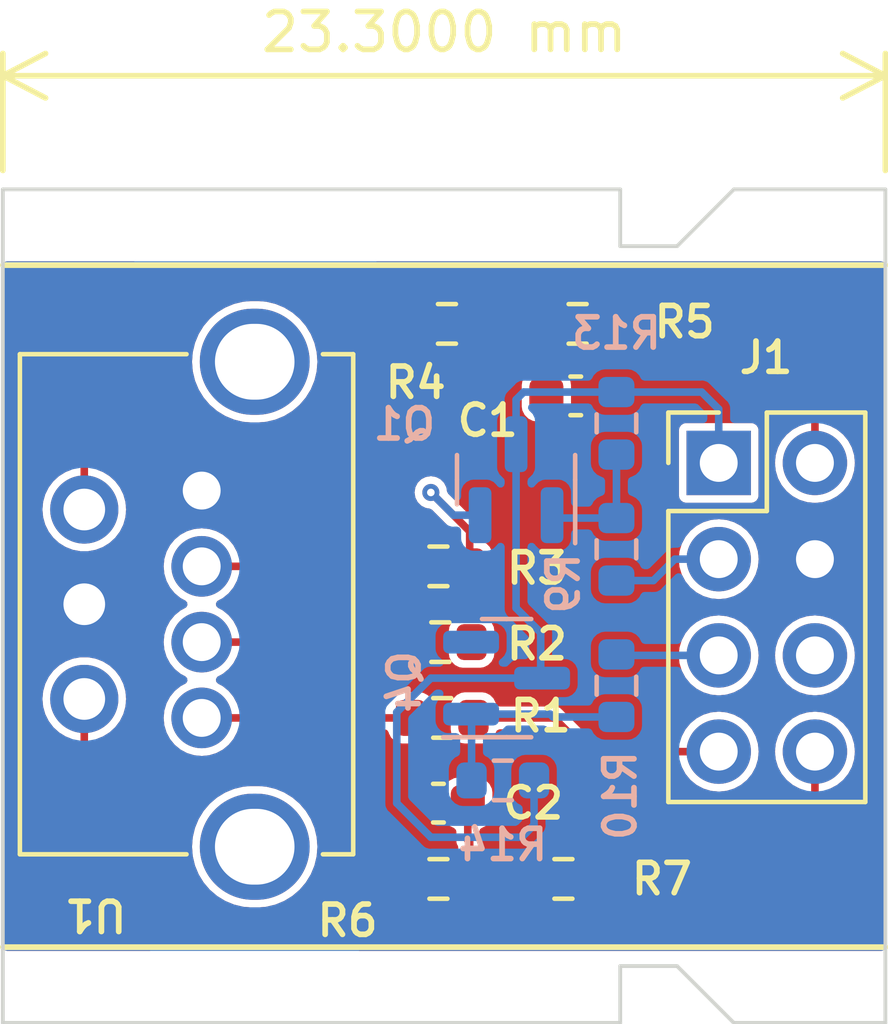
<source format=kicad_pcb>
(kicad_pcb (version 20221018) (generator pcbnew)
  (layers (0 "F.Cu" signal) (31 "B.Cu" signal) (34 "B.Paste" user) (35 "F.Paste" user) (36 "B.SilkS" user "B.Silkscreen") (37 "F.SilkS" user "F.Silkscreen") (38 "B.Mask" user) (39 "F.Mask" user) (44 "Edge.Cuts" user))
  (net 0 "")
  (net 1 "Net-(C1-Pad1)")
  (net 2 "GND")
  (net 3 "Net-(C2-Pad1)")
  (net 4 "/Enc_A")
  (net 5 "+5V")
  (net 6 "/Enc_B")
  (net 7 "/LED_Blue")
  (net 8 "/Enc_SW")
  (net 9 "/LED_Orange")
  (net 10 "Net-(Q1-S)")
  (net 11 "Net-(Q4-G)")
  (net 12 "Net-(U1-SW)")
  (net 13 "Net-(U1-A2)")
  (net 14 "Net-(U1-A1)")
  (net 15 "Net-(U1-A)")
  (net 16 "Net-(U1-B)")
  (net 18 "Net-(Q1-G)")
  (net 19 "Net-(Q4-S)")
  (footprint "Resistor_SMD:R_0603_1608Metric" (layer "F.Cu") (at 80.725 46.55)
    (fp_text reference "R4" (at -0.825 1.55) (layer "F.SilkS") (effects (font (size 0.8 0.8))))
    (fp_text value "10K" hide)
    (fp_line (start -0.237258 -0.5225) (end 0.237258 -0.5225) (stroke (width 0.12)) (layer "F.SilkS"))
    (fp_line (start -0.237258 0.5225) (end 0.237258 0.5225) (stroke (width 0.12)) (layer "F.SilkS"))
    (pad "1" smd roundrect (at -0.825 0) (size 0.8 0.95) (layers "F.Cu" "F.Paste" "F.Mask") (net 15 "Net-(U1-A)"))
    (pad "2" smd roundrect (at 0.825 0) (size 0.8 0.95) (layers "F.Cu" "F.Paste" "F.Mask") (net 1 "Net-(C1-Pad1)"))
  )
  (footprint "Resistor_SMD:R_0603_1608Metric" (layer "F.Cu") (at 80.5 61.2 180)
    (fp_text reference "R6" (at 2.4 -1.1) (layer "F.SilkS") (effects (font (size 0.8 0.8))))
    (fp_text value "10K" hide)
    (fp_line (start -0.237258 -0.5225) (end 0.237258 -0.5225) (stroke (width 0.12)) (layer "F.SilkS"))
    (fp_line (start -0.237258 0.5225) (end 0.237258 0.5225) (stroke (width 0.12)) (layer "F.SilkS"))
    (pad "1" smd roundrect (at -0.825 0 180) (size 0.8 0.95) (layers "F.Cu" "F.Paste" "F.Mask") (net 3 "Net-(C2-Pad1)"))
    (pad "2" smd roundrect (at 0.825 0 180) (size 0.8 0.95) (layers "F.Cu" "F.Paste" "F.Mask") (net 16 "Net-(U1-B)"))
  )
  (footprint "Connector_PinHeader_2.54mm:PinHeader_2x04_P2.54mm_Vertical" (layer "F.Cu") (at 87.9 50.22)
    (fp_text reference "J1" (at 1.25 -2.78) (layer "F.SilkS") (effects (font (size 0.8 0.8))))
    (fp_text value "Encoder")
    (fp_line (start -1.33 -1.33) (end 0 -1.33) (stroke (width 0.12)) (layer "F.SilkS"))
    (fp_line (start -1.33 0) (end -1.33 -1.33) (stroke (width 0.12)) (layer "F.SilkS"))
    (fp_line (start -1.33 1.27) (end -1.33 8.95) (stroke (width 0.12)) (layer "F.SilkS"))
    (fp_line (start -1.33 1.27) (end 1.27 1.27) (stroke (width 0.12)) (layer "F.SilkS"))
    (fp_line (start -1.33 8.95) (end 3.87 8.95) (stroke (width 0.12)) (layer "F.SilkS"))
    (fp_line (start 1.27 -1.33) (end 3.87 -1.33) (stroke (width 0.12)) (layer "F.SilkS"))
    (fp_line (start 1.27 1.27) (end 1.27 -1.33) (stroke (width 0.12)) (layer "F.SilkS"))
    (fp_line (start 3.87 -1.33) (end 3.87 8.95) (stroke (width 0.12)) (layer "F.SilkS"))
    (pad "1" thru_hole rect (at 0 0) (size 1.7 1.7) (drill 1) (layers "*.Cu" "*.Mask") (net 5 "+5V"))
    (pad "2" thru_hole oval (at 2.54 0) (size 1.7 1.7) (drill 1) (layers "*.Cu" "*.Mask") (net 4 "/Enc_A"))
    (pad "3" thru_hole oval (at 0 2.54) (size 1.7 1.7) (drill 1) (layers "*.Cu" "*.Mask") (net 7 "/LED_Blue"))
    (pad "4" thru_hole oval (at 2.54 2.54) (size 1.7 1.7) (drill 1) (layers "*.Cu" "*.Mask") (net 2 "GND"))
    (pad "5" thru_hole oval (at 0 5.08) (size 1.7 1.7) (drill 1) (layers "*.Cu" "*.Mask") (net 9 "/LED_Orange"))
    (pad "6" thru_hole oval (at 2.54 5.08) (size 1.7 1.7) (drill 1) (layers "*.Cu" "*.Mask"))
    (pad "7" thru_hole oval (at 0 7.62) (size 1.7 1.7) (drill 1) (layers "*.Cu" "*.Mask") (net 8 "/Enc_SW"))
    (pad "8" thru_hole oval (at 2.54 7.62) (size 1.7 1.7) (drill 1) (layers "*.Cu" "*.Mask") (net 6 "/Enc_B"))
  )
  (footprint "Resistor_SMD:R_0603_1608Metric" (layer "F.Cu") (at 80.6 56.95 180)
    (fp_text reference "R1" (at -2.6 0.05) (layer "F.SilkS") (effects (font (size 0.8 0.8))))
    (fp_text value "10K" hide)
    (fp_line (start -0.237258 -0.5225) (end 0.237258 -0.5225) (stroke (width 0.12)) (layer "F.SilkS"))
    (fp_line (start -0.237258 0.5225) (end 0.237258 0.5225) (stroke (width 0.12)) (layer "F.SilkS"))
    (pad "1" smd roundrect (at -0.825 0 180) (size 0.8 0.95) (layers "F.Cu" "F.Paste" "F.Mask") (net 8 "/Enc_SW"))
    (pad "2" smd roundrect (at 0.825 0 180) (size 0.8 0.95) (layers "F.Cu" "F.Paste" "F.Mask") (net 12 "Net-(U1-SW)"))
  )
  (footprint "Resistor_SMD:R_0603_1608Metric" (layer "F.Cu") (at 83.8 61.2)
    (fp_text reference "R7" (at 2.6 0) (layer "F.SilkS") (effects (font (size 0.8 0.8))))
    (fp_text value "10K" hide)
    (fp_line (start -0.237258 -0.5225) (end 0.237258 -0.5225) (stroke (width 0.12)) (layer "F.SilkS"))
    (fp_line (start -0.237258 0.5225) (end 0.237258 0.5225) (stroke (width 0.12)) (layer "F.SilkS"))
    (pad "1" smd roundrect (at -0.825 0) (size 0.8 0.95) (layers "F.Cu" "F.Paste" "F.Mask") (net 3 "Net-(C2-Pad1)"))
    (pad "2" smd roundrect (at 0.825 0) (size 0.8 0.95) (layers "F.Cu" "F.Paste" "F.Mask") (net 6 "/Enc_B"))
  )
  (footprint "Resistor_SMD:R_0603_1608Metric" (layer "F.Cu") (at 80.55 54.95 180)
    (fp_text reference "R2" (at -2.55 -0.05) (layer "F.SilkS") (effects (font (size 0.8 0.8))))
    (fp_text value "120" hide)
    (fp_line (start -0.237258 -0.5225) (end 0.237258 -0.5225) (stroke (width 0.12)) (layer "F.SilkS"))
    (fp_line (start -0.237258 0.5225) (end 0.237258 0.5225) (stroke (width 0.12)) (layer "F.SilkS"))
    (pad "1" smd roundrect (at -0.825 0 180) (size 0.8 0.95) (layers "F.Cu" "F.Paste" "F.Mask") (net 19 "Net-(Q4-S)"))
    (pad "2" smd roundrect (at 0.825 0 180) (size 0.8 0.95) (layers "F.Cu" "F.Paste" "F.Mask") (net 13 "Net-(U1-A2)"))
  )
  (footprint "Capacitor_SMD:C_0603_1608Metric" (layer "F.Cu") (at 80.5 59.2 180)
    (fp_text reference "C2" (at -2.5 0) (layer "F.SilkS") (effects (font (size 0.8 0.8))))
    (fp_text value "10nF" hide)
    (fp_line (start -0.14058 -0.51) (end 0.14058 -0.51) (stroke (width 0.12)) (layer "F.SilkS"))
    (fp_line (start -0.14058 0.51) (end 0.14058 0.51) (stroke (width 0.12)) (layer "F.SilkS"))
    (pad "1" smd roundrect (at -0.775 0 180) (size 0.9 0.95) (layers "F.Cu" "F.Paste" "F.Mask") (net 3 "Net-(C2-Pad1)"))
    (pad "2" smd roundrect (at 0.775 0 180) (size 0.9 0.95) (layers "F.Cu" "F.Paste" "F.Mask") (net 2 "GND"))
  )
  (footprint "Capacitor_SMD:C_0603_1608Metric" (layer "F.Cu") (at 84.125 48.45)
    (fp_text reference "C1" (at -2.325 0.65) (layer "F.SilkS") (effects (font (size 0.8 0.8))))
    (fp_text value "10nF" hide)
    (fp_line (start -0.14058 -0.51) (end 0.14058 -0.51) (stroke (width 0.12)) (layer "F.SilkS"))
    (fp_line (start -0.14058 0.51) (end 0.14058 0.51) (stroke (width 0.12)) (layer "F.SilkS"))
    (pad "1" smd roundrect (at -0.775 0) (size 0.9 0.95) (layers "F.Cu" "F.Paste" "F.Mask") (net 1 "Net-(C1-Pad1)"))
    (pad "2" smd roundrect (at 0.775 0) (size 0.9 0.95) (layers "F.Cu" "F.Paste" "F.Mask") (net 2 "GND"))
  )
  (footprint "Resistor_SMD:R_0603_1608Metric" (layer "F.Cu") (at 80.5 52.95 180)
    (fp_text reference "R3" (at -2.6 -0.05) (layer "F.SilkS") (effects (font (size 0.8 0.8))))
    (fp_text value "68" hide)
    (fp_line (start -0.237258 -0.5225) (end 0.237258 -0.5225) (stroke (width 0.12)) (layer "F.SilkS"))
    (fp_line (start -0.237258 0.5225) (end 0.237258 0.5225) (stroke (width 0.12)) (layer "F.SilkS"))
    (pad "1" smd roundrect (at -0.825 0 180) (size 0.8 0.95) (layers "F.Cu" "F.Paste" "F.Mask") (net 10 "Net-(Q1-S)"))
    (pad "2" smd roundrect (at 0.825 0 180) (size 0.8 0.95) (layers "F.Cu" "F.Paste" "F.Mask") (net 14 "Net-(U1-A1)"))
  )
  (footprint "Resistor_SMD:R_0603_1608Metric" (layer "F.Cu") (at 84.175 46.55 180)
    (fp_text reference "R5" (at -2.825 0.05) (layer "F.SilkS") (effects (font (size 0.8 0.8))))
    (fp_text value "10K" hide)
    (fp_line (start -0.237258 -0.5225) (end 0.237258 -0.5225) (stroke (width 0.12)) (layer "F.SilkS"))
    (fp_line (start -0.237258 0.5225) (end 0.237258 0.5225) (stroke (width 0.12)) (layer "F.SilkS"))
    (pad "1" smd roundrect (at -0.825 0 180) (size 0.8 0.95) (layers "F.Cu" "F.Paste" "F.Mask") (net 4 "/Enc_A"))
    (pad "2" smd roundrect (at 0.825 0 180) (size 0.8 0.95) (layers "F.Cu" "F.Paste" "F.Mask") (net 1 "Net-(C1-Pad1)"))
  )
  (footprint "Rotary_Encoder:RotaryEncoder_Bourns_Vertical_PEL12D-2xxxX-Sxxxx" (layer "F.Cu") (at 75.65 53.95 180)
    (fp_text reference "U1" (at 4.2 -8.2 180 unlocked) (layer "F.SilkS") (effects (font (size 0.8 0.8))))
    (fp_text value "PEL12D" hide)
    (fp_line (start -2.6 -6.6) (end -2.6 6.6) (stroke (width 0.12)) (layer "F.SilkS"))
    (fp_line (start -2.6 6.6) (end -1.8 6.6) (stroke (width 0.12)) (layer "F.SilkS"))
    (fp_line (start -1.8 -6.6) (end -2.6 -6.6) (stroke (width 0.12)) (layer "F.SilkS"))
    (fp_line (start 1.8 6.6) (end 6.2 6.6) (stroke (width 0.12)) (layer "F.SilkS"))
    (fp_line (start 6.2 -6.6) (end 1.8 -6.6) (stroke (width 0.12)) (layer "F.SilkS"))
    (fp_line (start 6.2 6.6) (end 6.2 -6.6) (stroke (width 0.12)) (layer "F.SilkS"))
    (pad "1" thru_hole circle (at 1.4 3 180) (size 1.6 1.6) (drill 1) (layers "*.Cu" "*.Mask") (net 2 "GND"))
    (pad "2" thru_hole circle (at 1.4 1 180) (size 1.6 1.6) (drill 1) (layers "*.Cu" "*.Mask") (net 14 "Net-(U1-A1)"))
    (pad "3" thru_hole circle (at 1.4 -1 180) (size 1.6 1.6) (drill 1) (layers "*.Cu" "*.Mask") (net 13 "Net-(U1-A2)"))
    (pad "4" thru_hole circle (at 1.4 -3 180) (size 1.6 1.6) (drill 1) (layers "*.Cu" "*.Mask") (net 12 "Net-(U1-SW)"))
    (pad "5" thru_hole circle (at 4.5 2.5 180) (size 1.8 1.8) (drill 1.1) (layers "*.Cu" "*.Mask") (net 15 "Net-(U1-A)"))
    (pad "6" thru_hole circle (at 4.5 0 180) (size 1.8 1.8) (drill 1.1) (layers "*.Cu" "*.Mask") (net 2 "GND"))
    (pad "7" thru_hole circle (at 4.5 -2.5 180) (size 1.8 1.8) (drill 1.1) (layers "*.Cu" "*.Mask") (net 16 "Net-(U1-B)"))
    (pad "SH" thru_hole oval (at 0 -6.4 180) (size 2.9 2.8) (drill oval 2.1 2) (layers "*.Cu" "*.Mask"))
    (pad "SH" thru_hole oval (at 0 6.4 180) (size 2.9 2.8) (drill oval 2.1 2) (layers "*.Cu" "*.Mask"))
  )
  (footprint "Package_TO_SOT_SMD:SOT-23" (layer "B.Cu") (at 82.55 50.6625 90)
    (fp_text reference "Q1" (at 1.4625 -2.95) (layer "B.SilkS") (effects (font (size 0.8 0.8)) (justify mirror)))
    (fp_text value "Si2301CDS" hide)
    (fp_line (start 0 -1.56) (end -0.65 -1.56) (stroke (width 0.12)) (layer "B.SilkS"))
    (fp_line (start 0 -1.56) (end 0.65 -1.56) (stroke (width 0.12)) (layer "B.SilkS"))
    (fp_line (start 0 1.56) (end -1.675 1.56) (stroke (width 0.12)) (layer "B.SilkS"))
    (fp_line (start 0 1.56) (end 0.65 1.56) (stroke (width 0.12)) (layer "B.SilkS"))
    (pad "1" smd roundrect (at -0.9375 0.95 90) (size 1.475 0.6) (layers "B.Cu" "B.Paste" "B.Mask") (net 18 "Net-(Q1-G)"))
    (pad "2" smd roundrect (at -0.9375 -0.95 90) (size 1.475 0.6) (layers "B.Cu" "B.Paste" "B.Mask") (net 10 "Net-(Q1-S)"))
    (pad "3" smd roundrect (at 0.9375 0 90) (size 1.475 0.6) (layers "B.Cu" "B.Paste" "B.Mask") (net 5 "+5V"))
  )
  (footprint "Package_TO_SOT_SMD:SOT-23" (layer "B.Cu") (at 82.3 55.9)
    (fp_text reference "Q4" (at -2.7 0.1 90) (layer "B.SilkS") (effects (font (size 0.8 0.8)) (justify mirror)))
    (fp_text value "Si2301CDS" hide)
    (fp_line (start 0 -1.56) (end -0.65 -1.56) (stroke (width 0.12)) (layer "B.SilkS"))
    (fp_line (start 0 -1.56) (end 0.65 -1.56) (stroke (width 0.12)) (layer "B.SilkS"))
    (fp_line (start 0 1.56) (end -1.675 1.56) (stroke (width 0.12)) (layer "B.SilkS"))
    (fp_line (start 0 1.56) (end 0.65 1.56) (stroke (width 0.12)) (layer "B.SilkS"))
    (pad "1" smd roundrect (at -0.9375 0.95) (size 1.475 0.6) (layers "B.Cu" "B.Paste" "B.Mask") (net 11 "Net-(Q4-G)"))
    (pad "2" smd roundrect (at -0.9375 -0.95) (size 1.475 0.6) (layers "B.Cu" "B.Paste" "B.Mask") (net 19 "Net-(Q4-S)"))
    (pad "3" smd roundrect (at 0.9375 0) (size 1.475 0.6) (layers "B.Cu" "B.Paste" "B.Mask") (net 5 "+5V"))
  )
  (footprint "Resistor_SMD:R_0603_1608Metric" (layer "B.Cu") (at 85.2 56.1 -90)
    (fp_text reference "R10" (at 2.9 -0.1 90) (layer "B.SilkS") (effects (font (size 0.8 0.8)) (justify mirror)))
    (fp_text value "470" hide)
    (fp_line (start -0.237258 -0.5225) (end 0.237258 -0.5225) (stroke (width 0.12)) (layer "B.SilkS"))
    (fp_line (start -0.237258 0.5225) (end 0.237258 0.5225) (stroke (width 0.12)) (layer "B.SilkS"))
    (pad "1" smd roundrect (at -0.825 0 270) (size 0.8 0.95) (layers "B.Cu" "B.Paste" "B.Mask") (net 9 "/LED_Orange"))
    (pad "2" smd roundrect (at 0.825 0 270) (size 0.8 0.95) (layers "B.Cu" "B.Paste" "B.Mask") (net 11 "Net-(Q4-G)"))
  )
  (footprint "Resistor_SMD:R_0603_1608Metric" (layer "B.Cu") (at 82.2 58.6)
    (fp_text reference "R14" (at 0 1.7) (layer "B.SilkS") (effects (font (size 0.8 0.8)) (justify mirror)))
    (fp_text value "1K" hide)
    (fp_line (start -0.237258 -0.5225) (end 0.237258 -0.5225) (stroke (width 0.12)) (layer "B.SilkS"))
    (fp_line (start -0.237258 0.5225) (end 0.237258 0.5225) (stroke (width 0.12)) (layer "B.SilkS"))
    (pad "1" smd roundrect (at -0.825 0) (size 0.8 0.95) (layers "B.Cu" "B.Paste" "B.Mask") (net 11 "Net-(Q4-G)"))
    (pad "2" smd roundrect (at 0.825 0) (size 0.8 0.95) (layers "B.Cu" "B.Paste" "B.Mask") (net 5 "+5V"))
  )
  (footprint "Resistor_SMD:R_0603_1608Metric" (layer "B.Cu") (at 85.2 52.5 90)
    (fp_text reference "R9" (at -0.9 -1.4 90) (layer "B.SilkS") (effects (font (size 0.8 0.8)) (justify mirror)))
    (fp_text value "470" hide)
    (fp_line (start -0.237258 -0.5225) (end 0.237258 -0.5225) (stroke (width 0.12)) (layer "B.SilkS"))
    (fp_line (start -0.237258 0.5225) (end 0.237258 0.5225) (stroke (width 0.12)) (layer "B.SilkS"))
    (pad "1" smd roundrect (at -0.825 0 90) (size 0.8 0.95) (layers "B.Cu" "B.Paste" "B.Mask") (net 7 "/LED_Blue"))
    (pad "2" smd roundrect (at 0.825 0 90) (size 0.8 0.95) (layers "B.Cu" "B.Paste" "B.Mask") (net 18 "Net-(Q1-G)"))
  )
  (footprint "Resistor_SMD:R_0603_1608Metric" (layer "B.Cu") (at 85.2 49.175 90)
    (fp_text reference "R13" (at 2.375 0 180) (layer "B.SilkS") (effects (font (size 0.8 0.8)) (justify mirror)))
    (fp_text value "1K" hide)
    (fp_line (start -0.237258 -0.5225) (end 0.237258 -0.5225) (stroke (width 0.12)) (layer "B.SilkS"))
    (fp_line (start -0.237258 0.5225) (end 0.237258 0.5225) (stroke (width 0.12)) (layer "B.SilkS"))
    (pad "1" smd roundrect (at -0.825 0 90) (size 0.8 0.95) (layers "B.Cu" "B.Paste" "B.Mask") (net 18 "Net-(Q1-G)"))
    (pad "2" smd roundrect (at 0.825 0 90) (size 0.8 0.95) (layers "B.Cu" "B.Paste" "B.Mask") (net 5 "+5V"))
  )
  (gr_line (start 69 45) (end 92.3 45) (stroke (width 0.15)) (layer "F.SilkS"))
  (gr_line (start 69 63) (end 92.3 63) (stroke (width 0.15)) (layer "F.SilkS"))
  (gr_line (start 88.3 43) (end 86.8 44.5) (stroke (width 0.1)) (layer "Edge.Cuts"))
  (gr_line (start 69 43) (end 85.3 43) (stroke (width 0.1)) (layer "Edge.Cuts"))
  (gr_line (start 92.3 65) (end 88.3 65) (stroke (width 0.1)) (layer "Edge.Cuts"))
  (gr_line (start 85.3 65) (end 85.3 63.5) (stroke (width 0.1)) (layer "Edge.Cuts"))
  (gr_line (start 86.8 63.5) (end 88.3 65) (stroke (width 0.1)) (layer "Edge.Cuts"))
  (gr_line (start 85.3 63.5) (end 86.8 63.5) (stroke (width 0.1)) (layer "Edge.Cuts"))
  (gr_line (start 92.3 43) (end 92.3 65) (stroke (width 0.1)) (layer "Edge.Cuts"))
  (gr_line (start 88.3 43) (end 92.3 43) (stroke (width 0.1)) (layer "Edge.Cuts"))
  (gr_line (start 85.3 44.5) (end 86.8 44.5) (stroke (width 0.1)) (layer "Edge.Cuts"))
  (gr_line (start 69 43) (end 69 65) (stroke (width 0.1)) (layer "Edge.Cuts"))
  (gr_line (start 85.3 43) (end 85.3 44.5) (stroke (width 0.1)) (layer "Edge.Cuts"))
  (gr_line (start 69 65) (end 85.3 65) (stroke (width 0.1)) (layer "Edge.Cuts"))
  (dimension (type aligned) (layer "F.SilkS") (pts (xy 92.3 43) (xy 69 43)) (height 3) (gr_text "23.3000 mm" (at 80.65 38.85) (layer "F.SilkS") (effects (font (size 1 1) (thickness 0.15)))) (format (prefix "") (suffix "") (units 3) (units_format 1) (precision 4)) (style (thickness 0.15) (arrow_length 1.27) (text_position_mode 0) (extension_height 0.58642) (extension_offset 0.5) keep_text_aligned))
  (segment (start 83.35 46.55) (end 83.35 48.45) (width 0.2) (layer "F.Cu") (net 1))
  (segment (start 83.35 46.55) (end 81.55 46.55) (width 0.2) (layer "F.Cu") (net 1))
  (segment (start 81.325 60.225) (end 81.325 61.2) (width 0.2) (layer "F.Cu") (net 3))
  (segment (start 82.975 61.2) (end 81.325 61.2) (width 0.2) (layer "F.Cu") (net 3))
  (segment (start 81.275 59.2) (end 81.275 60.175) (width 0.2) (layer "F.Cu") (net 3))
  (segment (start 81.275 60.175) (end 81.325 60.225) (width 0.2) (layer "F.Cu") (net 3))
  (segment (start 89.35 46.55) (end 85 46.55) (width 0.2) (layer "F.Cu") (net 4))
  (segment (start 90.44 47.64) (end 89.35 46.55) (width 0.2) (layer "F.Cu") (net 4))
  (segment (start 90.44 50.22) (end 90.44 47.64) (width 0.2) (layer "F.Cu") (net 4))
  (segment (start 82.55 49.725) (end 82.55 54.05) (width 0.2) (layer "B.Cu") (net 5))
  (segment (start 85.2 48.35) (end 87.45 48.35) (width 0.2) (layer "B.Cu") (net 5))
  (segment (start 79.4 59.2) (end 80.3 60.1) (width 0.2) (layer "B.Cu") (net 5))
  (segment (start 82.55 54.05) (end 83.2 54.7) (width 0.2) (layer "B.Cu") (net 5))
  (segment (start 82.55 48.55) (end 82.55 49.725) (width 0.2) (layer "B.Cu") (net 5))
  (segment (start 85.2 48.35) (end 82.75 48.35) (width 0.2) (layer "B.Cu") (net 5))
  (segment (start 79.4 56.8) (end 79.4 59.2) (width 0.2) (layer "B.Cu") (net 5))
  (segment (start 82.7 60.1) (end 83.025 59.775) (width 0.2) (layer "B.Cu") (net 5))
  (segment (start 80.3 60.1) (end 82.7 60.1) (width 0.2) (layer "B.Cu") (net 5))
  (segment (start 82.75 48.35) (end 82.55 48.55) (width 0.2) (layer "B.Cu") (net 5))
  (segment (start 87.45 48.35) (end 87.9 48.8) (width 0.2) (layer "B.Cu") (net 5))
  (segment (start 83.025 59.775) (end 83.025 58.6) (width 0.2) (layer "B.Cu") (net 5))
  (segment (start 83.2375 55.9) (end 80.3 55.9) (width 0.2) (layer "B.Cu") (net 5))
  (segment (start 83.2 54.7) (end 83.2 55.8625) (width 0.2) (layer "B.Cu") (net 5))
  (segment (start 83.2 55.8625) (end 83.2375 55.9) (width 0.2) (layer "B.Cu") (net 5))
  (segment (start 87.9 48.8) (end 87.9 50.22) (width 0.2) (layer "B.Cu") (net 5))
  (segment (start 80.3 55.9) (end 79.4 56.8) (width 0.2) (layer "B.Cu") (net 5))
  (segment (start 90.44 57.84) (end 90.44 59.96) (width 0.2) (layer "F.Cu") (net 6))
  (segment (start 90.44 59.96) (end 89.2 61.2) (width 0.2) (layer "F.Cu") (net 6))
  (segment (start 89.2 61.2) (end 84.625 61.2) (width 0.2) (layer "F.Cu") (net 6))
  (segment (start 86.74 52.76) (end 87.9 52.76) (width 0.2) (layer "B.Cu") (net 7))
  (segment (start 85.2 53.325) (end 86.175 53.325) (width 0.2) (layer "B.Cu") (net 7))
  (segment (start 86.175 53.325) (end 86.74 52.76) (width 0.2) (layer "B.Cu") (net 7))
  (segment (start 83.55 56.95) (end 84.44 57.84) (width 0.2) (layer "F.Cu") (net 8))
  (segment (start 84.44 57.84) (end 87.9 57.84) (width 0.2) (layer "F.Cu") (net 8))
  (segment (start 81.425 56.95) (end 83.55 56.95) (width 0.2) (layer "F.Cu") (net 8))
  (segment (start 87.9 55.3) (end 85.225 55.3) (width 0.2) (layer "B.Cu") (net 9))
  (segment (start 85.225 55.3) (end 85.2 55.275) (width 0.2) (layer "B.Cu") (net 9))
  (segment (start 81.375 53) (end 81.325 52.95) (width 0.2) (layer "F.Cu") (net 10))
  (segment (start 81.325 52.025) (end 81.325 52.95) (width 0.2) (layer "F.Cu") (net 10))
  (segment (start 80.3 51) (end 81.325 52.025) (width 0.2) (layer "F.Cu") (net 10))
  (via (at 80.3 51) (size 0.45) (drill 0.2) (layers "F.Cu" "B.Cu") (net 10))
  (segment (start 81.6 51.6) (end 81.6 51.9) (width 0.2) (layer "B.Cu") (net 10))
  (segment (start 81.6 51.6) (end 80.9 51.6) (width 0.2) (layer "B.Cu") (net 10))
  (segment (start 80.9 51.6) (end 80.3 51) (width 0.2) (layer "B.Cu") (net 10))
  (segment (start 81.375 58.6) (end 81.375 56.8625) (width 0.2) (layer "B.Cu") (net 11))
  (segment (start 83.525 56.925) (end 83.45 56.85) (width 0.2) (layer "B.Cu") (net 11))
  (segment (start 83.45 56.85) (end 81.3625 56.85) (width 0.2) (layer "B.Cu") (net 11))
  (segment (start 85.2 56.925) (end 83.525 56.925) (width 0.2) (layer "B.Cu") (net 11))
  (segment (start 81.375 56.8625) (end 81.3625 56.85) (width 0.2) (layer "B.Cu") (net 11))
  (segment (start 79.775 56.95) (end 74.25 56.95) (width 0.2) (layer "F.Cu") (net 12))
  (segment (start 79.725 54.95) (end 74.25 54.95) (width 0.2) (layer "F.Cu") (net 13))
  (segment (start 79.675 52.95) (end 74.25 52.95) (width 0.2) (layer "F.Cu") (net 14))
  (segment (start 79.9 46.55) (end 78.75 45.4) (width 0.2) (layer "F.Cu") (net 15))
  (segment (start 71.15 46.85) (end 71.15 51.45) (width 0.2) (layer "F.Cu") (net 15))
  (segment (start 72.6 45.4) (end 71.15 46.85) (width 0.2) (layer "F.Cu") (net 15))
  (segment (start 78.75 45.4) (end 72.6 45.4) (width 0.2) (layer "F.Cu") (net 15))
  (segment (start 78.275 62.6) (end 73 62.6) (width 0.2) (layer "F.Cu") (net 16))
  (segment (start 71.15 60.75) (end 71.15 56.45) (width 0.2) (layer "F.Cu") (net 16))
  (segment (start 79.675 61.2) (end 78.275 62.6) (width 0.2) (layer "F.Cu") (net 16))
  (segment (start 73 62.6) (end 71.15 60.75) (width 0.2) (layer "F.Cu") (net 16))
  (segment (start 83.575 51.675) (end 83.5 51.6) (width 0.2) (layer "B.Cu") (net 18))
  (segment (start 85.2 50) (end 85.2 51.675) (width 0.2) (layer "B.Cu") (net 18))
  (segment (start 85.2 51.675) (end 83.575 51.675) (width 0.2) (layer "B.Cu") (net 18))
  (zone (net 2) (net_name "GND") (layers "F&B.Cu") (connect_pads yes (clearance 0.2)) (min_thickness 0.22) (fill yes (thermal_gap 0.5) (thermal_bridge_width 0.5))
    (polygon (pts (xy 69 44.9) (xy 92.3 44.9) (xy 92.3 63.1) (xy 69 63.1)))
  )
)
</source>
